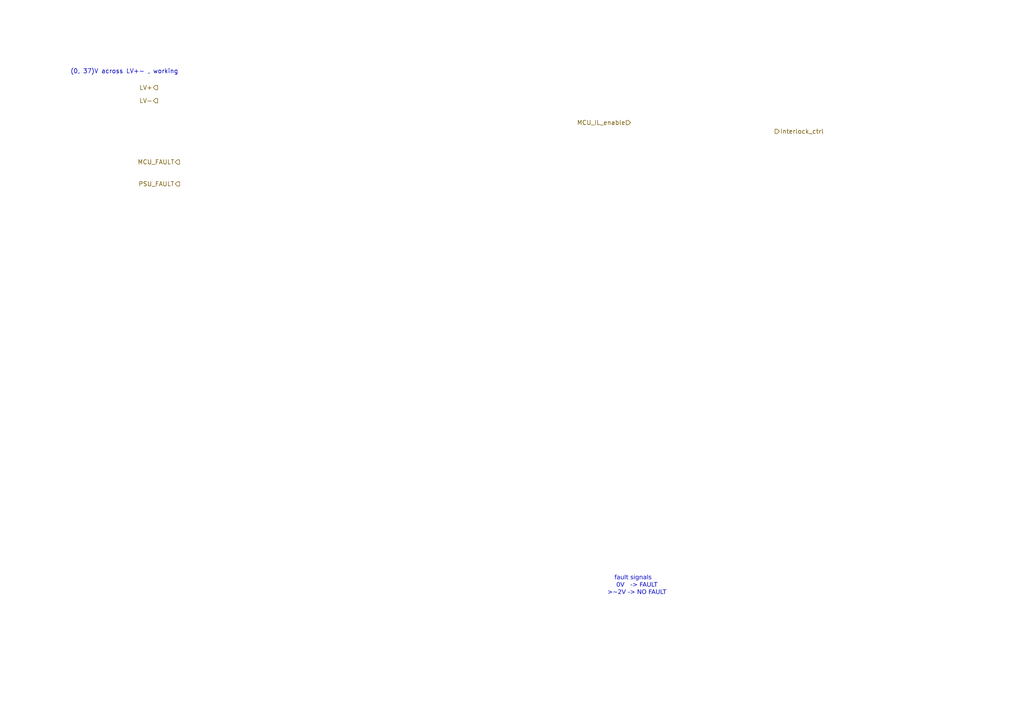
<source format=kicad_sch>
(kicad_sch
	(version 20250114)
	(generator "eeschema")
	(generator_version "9.0")
	(uuid "7f9b8a60-9fb7-4994-a3f2-2909f32de04a")
	(paper "A4")
	(lib_symbols)
	(text "fault signals \n   0V   -> FAULT\n   >~2V -> NO FAULT"
		(exclude_from_sim no)
		(at 183.896 170.18 0)
		(effects
			(font
				(face "Impact")
				(size 1.27 1.27)
			)
		)
		(uuid "c608ae48-9e24-4d42-ac15-22bc167820a4")
	)
	(text "(0, 37)V across LV+- , working"
		(exclude_from_sim no)
		(at 36.068 20.828 0)
		(effects
			(font
				(size 1.27 1.27)
			)
		)
		(uuid "f5798fb1-facb-4e07-8017-1b143cb509d6")
	)
	(hierarchical_label "PSU_FAULT"
		(shape output)
		(at 52.07 53.34 180)
		(effects
			(font
				(size 1.27 1.27)
			)
			(justify right)
		)
		(uuid "011d1a63-9e6b-44fc-a9d4-e4f090ca4cdc")
	)
	(hierarchical_label "LV+"
		(shape output)
		(at 45.72 25.4 180)
		(effects
			(font
				(size 1.27 1.27)
			)
			(justify right)
		)
		(uuid "2fac0e32-7129-4b63-a76b-968641fc3aaa")
	)
	(hierarchical_label "Interlock_ctrl"
		(shape output)
		(at 224.79 38.1 0)
		(effects
			(font
				(size 1.27 1.27)
			)
			(justify left)
		)
		(uuid "43c56f9c-b3ed-4a10-9ce9-9de968faec3c")
	)
	(hierarchical_label "LV-"
		(shape output)
		(at 45.72 29.21 180)
		(effects
			(font
				(size 1.27 1.27)
			)
			(justify right)
		)
		(uuid "b5f18c30-e898-4884-94b3-be961cc66574")
	)
	(hierarchical_label "MCU_FAULT"
		(shape output)
		(at 52.07 46.99 180)
		(effects
			(font
				(size 1.27 1.27)
			)
			(justify right)
		)
		(uuid "e9dfb8e7-037f-4f79-a3a5-ebde385af617")
	)
	(hierarchical_label "MCU_IL_enable"
		(shape input)
		(at 182.88 35.56 180)
		(effects
			(font
				(size 1.27 1.27)
			)
			(justify right)
		)
		(uuid "ed4b0b57-ea8a-4eb9-b556-00f67bceabb2")
	)
)

</source>
